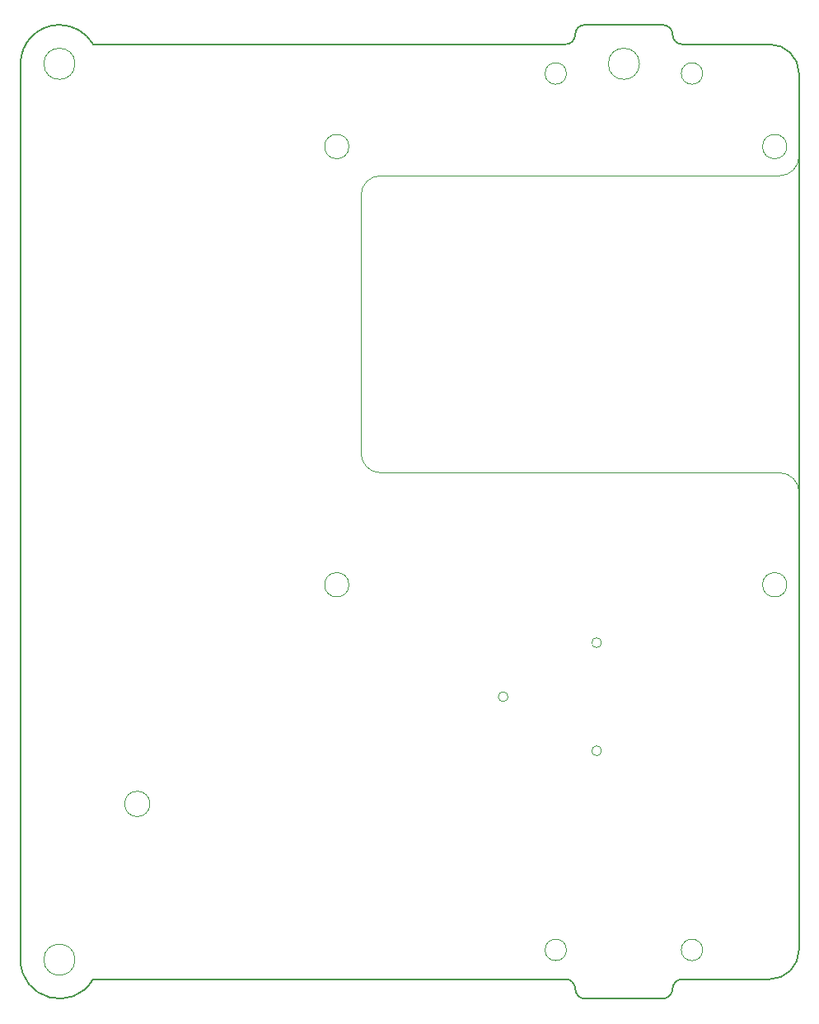
<source format=gbr>
%TF.GenerationSoftware,KiCad,Pcbnew,9.0.1*%
%TF.CreationDate,2025-05-24T14:12:46+03:00*%
%TF.ProjectId,PM-CPU_LLU,504d2d43-5055-45f4-9c4c-552e6b696361,rev?*%
%TF.SameCoordinates,Original*%
%TF.FileFunction,Profile,NP*%
%FSLAX46Y46*%
G04 Gerber Fmt 4.6, Leading zero omitted, Abs format (unit mm)*
G04 Created by KiCad (PCBNEW 9.0.1) date 2025-05-24 14:12:46*
%MOMM*%
%LPD*%
G01*
G04 APERTURE LIST*
%TA.AperFunction,Profile*%
%ADD10C,0.200000*%
%TD*%
%TA.AperFunction,Profile*%
%ADD11C,0.050000*%
%TD*%
G04 APERTURE END LIST*
D10*
X27000000Y-49000000D02*
G75*
G02*
X28000000Y-48000000I1000000J0D01*
G01*
X-32527027Y48000000D02*
X16000000Y48000000D01*
X37000000Y48000000D02*
X28000000Y48000000D01*
X-40000000Y46000000D02*
X-40000000Y-46000000D01*
X-36000000Y50000000D02*
G75*
G02*
X-32533686Y47996164I0J-4000000D01*
G01*
X26000000Y50000000D02*
X18000000Y50000000D01*
X17000000Y49000000D02*
G75*
G02*
X18000000Y50000000I1000000J0D01*
G01*
X18000000Y-50000000D02*
G75*
G02*
X17000000Y-49000000I0J1000000D01*
G01*
X16000000Y-48000000D02*
X-32535900Y-48000000D01*
X28000000Y-48000000D02*
X37000000Y-48000000D01*
X-32535899Y-48000000D02*
G75*
G02*
X-39999999Y-46000000I-3464101J2000000D01*
G01*
X26000000Y50000000D02*
G75*
G02*
X27000000Y49000000I0J-1000000D01*
G01*
X28000000Y48000000D02*
G75*
G02*
X27000000Y49000000I0J1000000D01*
G01*
X40000000Y-45000000D02*
G75*
G02*
X37000000Y-48000000I-3000000J0D01*
G01*
X18000000Y-50000000D02*
X26000000Y-50000000D01*
X40000000Y45000000D02*
X40000000Y-45000000D01*
X27000000Y-49000000D02*
G75*
G02*
X26000000Y-50000000I-1000000J0D01*
G01*
X17000000Y49000000D02*
G75*
G02*
X16000000Y48000000I-1000000J0D01*
G01*
X37000000Y48000000D02*
G75*
G02*
X40000000Y45000000I0J-3000000D01*
G01*
X-40000000Y46000000D02*
G75*
G02*
X-36000000Y50000000I4000000J0D01*
G01*
X16000000Y-48000000D02*
G75*
G02*
X17000000Y-49000000I0J-1000000D01*
G01*
D11*
%TO.C,J1*%
X10100000Y-19000000D02*
G75*
G02*
X9100000Y-19000000I-500000J0D01*
G01*
X9100000Y-19000000D02*
G75*
G02*
X10100000Y-19000000I500000J0D01*
G01*
X19700000Y-13450000D02*
G75*
G02*
X18700000Y-13450000I-500000J0D01*
G01*
X18700000Y-13450000D02*
G75*
G02*
X19700000Y-13450000I500000J0D01*
G01*
X19700000Y-24550000D02*
G75*
G02*
X18700000Y-24550000I-500000J0D01*
G01*
X18700000Y-24550000D02*
G75*
G02*
X19700000Y-24550000I500000J0D01*
G01*
%TO.C,H3*%
X23600000Y46000000D02*
G75*
G02*
X20400000Y46000000I-1600000J0D01*
G01*
X20400000Y46000000D02*
G75*
G02*
X23600000Y46000000I1600000J0D01*
G01*
%TO.C,U5*%
X-5000000Y32500000D02*
X-5000000Y6000000D01*
X-3000000Y4000000D02*
X38000000Y4000000D01*
X38000000Y34500000D02*
X-3000000Y34500000D01*
X40000000Y36500000D02*
X40000000Y2000000D01*
X-5000000Y32500000D02*
G75*
G02*
X-3000000Y34500000I2000000J0D01*
G01*
X-3000000Y4000000D02*
G75*
G02*
X-5000000Y6000000I-1J1999999D01*
G01*
X38000000Y4000000D02*
G75*
G02*
X40000000Y2000000I1J-1999999D01*
G01*
X40000000Y36500000D02*
G75*
G02*
X38000000Y34500000I-2000000J0D01*
G01*
X-6250000Y37500000D02*
G75*
G02*
X-8750000Y37500000I-1250000J0D01*
G01*
X-8750000Y37500000D02*
G75*
G02*
X-6250000Y37500000I1250000J0D01*
G01*
X-6250000Y-7500000D02*
G75*
G02*
X-8750000Y-7500000I-1250000J0D01*
G01*
X-8750000Y-7500000D02*
G75*
G02*
X-6250000Y-7500000I1250000J0D01*
G01*
X38750000Y37500000D02*
G75*
G02*
X36250000Y37500000I-1250000J0D01*
G01*
X36250000Y37500000D02*
G75*
G02*
X38750000Y37500000I1250000J0D01*
G01*
X38750000Y-7500000D02*
G75*
G02*
X36250000Y-7500000I-1250000J0D01*
G01*
X36250000Y-7500000D02*
G75*
G02*
X38750000Y-7500000I1250000J0D01*
G01*
%TO.C,SP1*%
X16100000Y45000000D02*
G75*
G02*
X13900000Y45000000I-1100000J0D01*
G01*
X13900000Y45000000D02*
G75*
G02*
X16100000Y45000000I1100000J0D01*
G01*
X16100000Y-45000000D02*
G75*
G02*
X13900000Y-45000000I-1100000J0D01*
G01*
X13900000Y-45000000D02*
G75*
G02*
X16100000Y-45000000I1100000J0D01*
G01*
X30100000Y45000000D02*
G75*
G02*
X27900000Y45000000I-1100000J0D01*
G01*
X27900000Y45000000D02*
G75*
G02*
X30100000Y45000000I1100000J0D01*
G01*
X30100000Y-45000000D02*
G75*
G02*
X27900000Y-45000000I-1100000J0D01*
G01*
X27900000Y-45000000D02*
G75*
G02*
X30100000Y-45000000I1100000J0D01*
G01*
%TO.C,H2*%
X-34400000Y46000000D02*
G75*
G02*
X-37600000Y46000000I-1600000J0D01*
G01*
X-37600000Y46000000D02*
G75*
G02*
X-34400000Y46000000I1600000J0D01*
G01*
%TO.C,H1*%
X-34400000Y-46000000D02*
G75*
G02*
X-37600000Y-46000000I-1600000J0D01*
G01*
X-37600000Y-46000000D02*
G75*
G02*
X-34400000Y-46000000I1600000J0D01*
G01*
%TO.C,U1*%
X-26700000Y-30000000D02*
G75*
G02*
X-29300000Y-30000000I-1300000J0D01*
G01*
X-29300000Y-30000000D02*
G75*
G02*
X-26700000Y-30000000I1300000J0D01*
G01*
%TD*%
M02*

</source>
